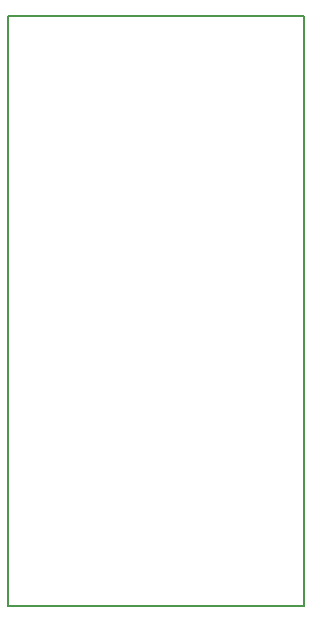
<source format=gm1>
G04 #@! TF.FileFunction,Profile,NP*
%FSLAX46Y46*%
G04 Gerber Fmt 4.6, Leading zero omitted, Abs format (unit mm)*
G04 Created by KiCad (PCBNEW 4.0.2-stable) date 6/1/2017 8:35:31 PM*
%MOMM*%
G01*
G04 APERTURE LIST*
%ADD10C,0.100000*%
%ADD11C,0.150000*%
G04 APERTURE END LIST*
D10*
D11*
X125000000Y-100000000D02*
X100000000Y-100000000D01*
X125000000Y-150000000D02*
X125000000Y-100000000D01*
X100000000Y-150000000D02*
X125000000Y-150000000D01*
X100000000Y-100000000D02*
X100000000Y-150000000D01*
M02*

</source>
